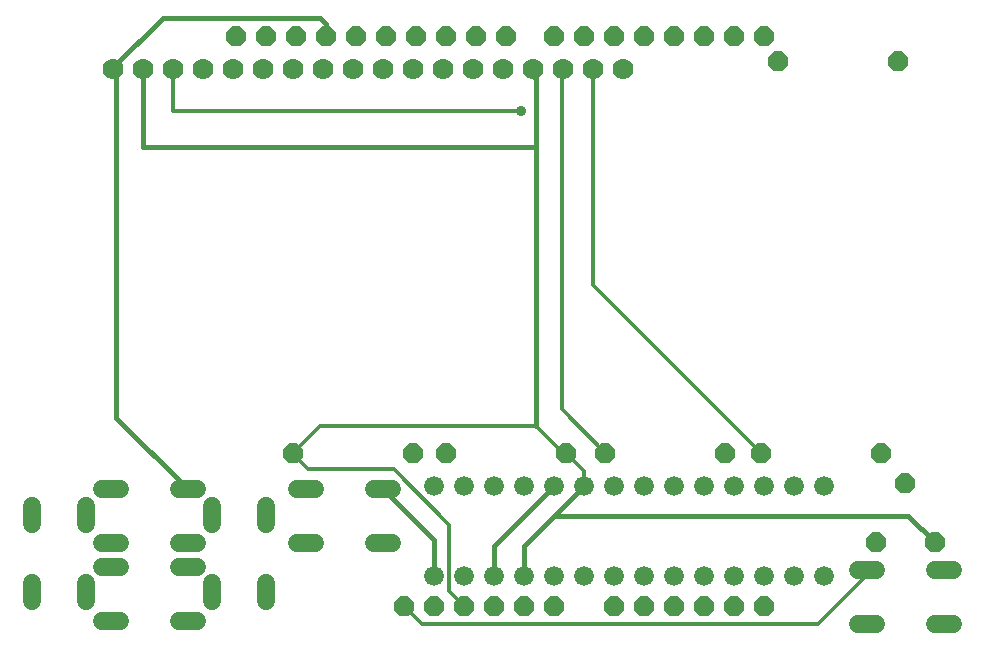
<source format=gbr>
G04 EAGLE Gerber RS-274X export*
G75*
%MOMM*%
%FSLAX34Y34*%
%LPD*%
%INTop Copper*%
%IPPOS*%
%AMOC8*
5,1,8,0,0,1.08239X$1,22.5*%
G01*
%ADD10C,1.676400*%
%ADD11C,1.524000*%
%ADD12P,1.814519X8X22.500000*%
%ADD13P,1.814519X8X202.500000*%
%ADD14C,1.778000*%
%ADD15C,0.406400*%
%ADD16C,0.304800*%
%ADD17C,0.906400*%


D10*
X685800Y127000D03*
X660400Y127000D03*
X635000Y127000D03*
X609600Y127000D03*
X584200Y127000D03*
X558800Y127000D03*
X533400Y127000D03*
X508000Y127000D03*
X482600Y127000D03*
X457200Y127000D03*
X431800Y127000D03*
X406400Y127000D03*
X381000Y127000D03*
X355600Y127000D03*
X355600Y50800D03*
X381000Y50800D03*
X406400Y50800D03*
X431800Y50800D03*
X457200Y50800D03*
X482600Y50800D03*
X508000Y50800D03*
X533400Y50800D03*
X558800Y50800D03*
X584200Y50800D03*
X609600Y50800D03*
X635000Y50800D03*
X660400Y50800D03*
X685800Y50800D03*
D11*
X89408Y124206D02*
X74168Y124206D01*
X74168Y78994D02*
X89408Y78994D01*
X139192Y124206D02*
X154432Y124206D01*
X154432Y78994D02*
X139192Y78994D01*
X60706Y94742D02*
X60706Y109982D01*
X15494Y109982D02*
X15494Y94742D01*
X60706Y44958D02*
X60706Y29718D01*
X15494Y29718D02*
X15494Y44958D01*
X167894Y44958D02*
X167894Y29718D01*
X213106Y29718D02*
X213106Y44958D01*
X167894Y94742D02*
X167894Y109982D01*
X213106Y109982D02*
X213106Y94742D01*
X89408Y58166D02*
X74168Y58166D01*
X74168Y12954D02*
X89408Y12954D01*
X139192Y58166D02*
X154432Y58166D01*
X154432Y12954D02*
X139192Y12954D01*
X239268Y124206D02*
X254508Y124206D01*
X254508Y78994D02*
X239268Y78994D01*
X304292Y124206D02*
X319532Y124206D01*
X319532Y78994D02*
X304292Y78994D01*
X714248Y55626D02*
X729488Y55626D01*
X729488Y10414D02*
X714248Y10414D01*
X779272Y55626D02*
X794512Y55626D01*
X794512Y10414D02*
X779272Y10414D01*
D12*
X500380Y154940D03*
X601980Y154940D03*
D13*
X734060Y154940D03*
X632460Y154940D03*
D12*
X646430Y486410D03*
X748030Y486410D03*
X533400Y508000D03*
X508000Y25400D03*
X558800Y508000D03*
X584200Y508000D03*
X609600Y508000D03*
X635000Y508000D03*
X508000Y508000D03*
X482600Y508000D03*
X457200Y508000D03*
X416560Y508000D03*
X391160Y508000D03*
X365760Y508000D03*
X340360Y508000D03*
X314960Y508000D03*
X289560Y508000D03*
X264160Y508000D03*
X238760Y508000D03*
X533400Y25400D03*
X558800Y25400D03*
X584200Y25400D03*
X609600Y25400D03*
X635000Y25400D03*
X457200Y25400D03*
X431800Y25400D03*
X406400Y25400D03*
X381000Y25400D03*
X355600Y25400D03*
X330200Y25400D03*
X213360Y508000D03*
X187960Y508000D03*
D14*
X83860Y480120D03*
X109260Y480120D03*
X134660Y480120D03*
X160060Y480120D03*
X185460Y480120D03*
X210860Y480120D03*
X236260Y480120D03*
X261660Y480120D03*
X287060Y480120D03*
X312460Y480120D03*
X337860Y480120D03*
X363260Y480120D03*
X388660Y480120D03*
X414060Y480120D03*
X439460Y480120D03*
X464860Y480120D03*
X490260Y480120D03*
X515660Y480120D03*
D12*
X754380Y129140D03*
X779380Y79140D03*
X729380Y79140D03*
X365760Y154940D03*
X467360Y154940D03*
D13*
X337820Y154940D03*
X236220Y154940D03*
D15*
X264160Y518160D02*
X259080Y523240D01*
X264160Y518160D02*
X264160Y508000D01*
X86360Y184658D02*
X146812Y124206D01*
X406400Y76200D02*
X457200Y127000D01*
X406400Y76200D02*
X406400Y50800D01*
X312420Y124460D02*
X312166Y124206D01*
X311912Y124206D01*
X355600Y81280D02*
X355600Y50800D01*
X355600Y81280D02*
X312420Y124460D01*
X83860Y481290D02*
X83820Y481330D01*
X83860Y481290D02*
X83860Y480120D01*
X125730Y523240D02*
X259080Y523240D01*
X125730Y523240D02*
X83820Y481330D01*
X83860Y480120D02*
X83860Y480020D01*
X86360Y477520D02*
X86360Y184658D01*
X86360Y477520D02*
X83860Y480020D01*
X441360Y472440D02*
X441960Y472440D01*
X441960Y414020D02*
X441960Y177800D01*
X441960Y414020D02*
X441960Y472440D01*
X482600Y127000D02*
X457200Y101600D01*
X756920Y101600D02*
X779380Y79140D01*
X756920Y101600D02*
X457200Y101600D01*
D16*
X259080Y177800D02*
X236220Y154940D01*
X259080Y177800D02*
X441960Y177800D01*
D15*
X431800Y50800D02*
X429260Y50800D01*
X431800Y76200D02*
X457200Y101600D01*
X431800Y76200D02*
X431800Y50800D01*
D16*
X482600Y127000D02*
X482600Y139700D01*
X467360Y154940D01*
X464820Y154940D02*
X441960Y177800D01*
X464820Y154940D02*
X467360Y154940D01*
D15*
X441960Y414020D02*
X109210Y414020D01*
D16*
X368300Y38100D02*
X381000Y25400D01*
X248920Y140970D02*
X236220Y153670D01*
X236220Y154940D01*
D15*
X109260Y480100D02*
X109260Y480120D01*
X109210Y480050D02*
X109210Y414020D01*
X109210Y480050D02*
X109260Y480100D01*
D16*
X368300Y93980D02*
X368300Y38100D01*
X321310Y140970D02*
X248920Y140970D01*
X321310Y140970D02*
X368300Y93980D01*
X441960Y477620D02*
X439460Y480120D01*
X441960Y477620D02*
X441960Y472440D01*
X490220Y480080D02*
X490260Y480120D01*
X490220Y297180D02*
X632460Y154940D01*
X490220Y297180D02*
X490220Y480080D01*
X463540Y191780D02*
X500380Y154940D01*
X464860Y480100D02*
X464860Y480120D01*
X463540Y478780D02*
X463540Y191780D01*
X463540Y478780D02*
X464860Y480100D01*
X429260Y444500D02*
X134610Y444500D01*
X134620Y480080D02*
X134660Y480120D01*
X134620Y444510D02*
X134610Y444500D01*
X134620Y444510D02*
X134620Y480080D01*
D17*
X429260Y444500D03*
D16*
X330200Y25400D02*
X345440Y10160D01*
X680720Y10160D01*
X722122Y55880D02*
X723900Y55880D01*
X722122Y55880D02*
X721868Y55626D01*
X723900Y53340D02*
X680720Y10160D01*
X723900Y53340D02*
X723900Y55880D01*
M02*

</source>
